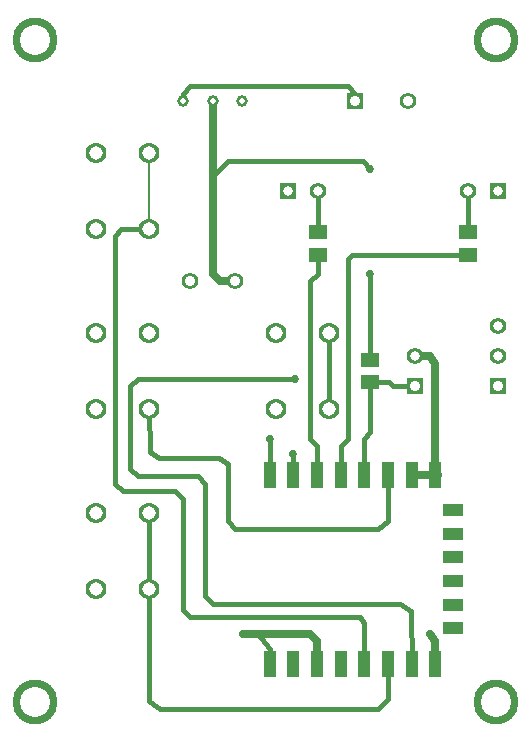
<source format=gtl>
G04 -- Generated By PCBWeb Designer*
%FSLAX24Y24*%
%MOIN*%
%OFA0B0*%
%SFA1.0B1.0*%
%AMROTRECT*21,1,$1,$2,0,0,$3*%
%AMROTOBLONG*1,1,$7,$1,$2*1,1,$7,$3,$4*21,1,$5,$6,0,0,$8*%
%ADD10C,0.025*%
%ADD11C,0.15*%
%ADD12C,0.1*%
%ADD13C,0.16*%
%ADD14C,0.005*%
%ADD15R,0.065X0.0394*%
%ADD16R,0.075X0.0494*%
%ADD17C,0.021*%
%ADD18R,0.0394X0.0866*%
%ADD19R,0.0494X0.0966*%
%ADD20C,0.002*%
%ADD21C,0.018*%
%ADD22C,0.008*%
%ADD23C,0.024*%
%ADD24R,0.055X0.055*%
%ADD25C,0.035*%
%ADD26R,0.065X0.065*%
%ADD27C,0.055*%
%ADD28C,0.032*%
%ADD29C,0.065*%
%ADD30C,0.01*%
%ADD31R,0.0591X0.0512*%
%ADD32R,0.0691X0.0612*%
%ADD33C,0.07*%
%ADD34C,0.045*%
%ADD35C,0.08*%
%ADD36C,0.033*%
%ADD37C,0.033*%
%ADD38C,0.026*%
%ADD39C,0.0394*%
%ADD40C,0.0197*%
%ADD41C,0.0494*%
%ADD42C,0.0059*%
%ADD43C,0.015*%
%ADD44C,0.0275*%
%ADD45C,0.0*%
G01*
%LNSTD*%
%LPD*%
G54D11*
X1575Y2475D03*
X16925Y2475D03*
X1575Y24525D03*
X16925Y24525D03*
G54D15*
X15500Y4931D03*
X15500Y5718D03*
X15500Y6506D03*
X15500Y7293D03*
X15500Y8081D03*
X15500Y8868D03*
G54D18*
X14910Y3750D03*
X9398Y3750D03*
X10185Y3750D03*
X10972Y3750D03*
X11760Y3750D03*
X12547Y3750D03*
X13335Y3750D03*
X14122Y3750D03*
X14910Y10050D03*
X14122Y10050D03*
X13335Y10050D03*
X12547Y10050D03*
X11760Y10050D03*
X10972Y10050D03*
X10185Y10050D03*
X9398Y10050D03*
G54D24*
X14250Y13000D03*
G54D27*
X14250Y14000D03*
G54D31*
X12750Y13126D03*
X12750Y13874D03*
G54D24*
X17000Y13000D03*
G54D27*
X17000Y14000D03*
X17000Y15000D03*
G54D33*
X5386Y18220D03*
X5386Y20780D03*
X3616Y18220D03*
X3616Y20780D03*
X5386Y6220D03*
X5386Y8780D03*
X3616Y6220D03*
X3616Y8780D03*
X11386Y12220D03*
X11386Y14780D03*
X9616Y12220D03*
X9616Y14780D03*
X5386Y12220D03*
X5386Y14780D03*
X3616Y12220D03*
X3616Y14780D03*
G54D24*
X10000Y19500D03*
G54D27*
X11000Y19500D03*
G54D24*
X17000Y19500D03*
G54D27*
X16000Y19500D03*
G54D31*
X11000Y17376D03*
X11000Y18124D03*
X16000Y17376D03*
X16000Y18124D03*
G54D24*
X12250Y22500D03*
G54D27*
X14000Y22500D03*
X8250Y16500D03*
X6750Y16500D03*
G54D39*
X8484Y22500D03*
X7500Y22500D03*
X6516Y22500D03*
G54D43*
X12750Y13874D02*
X12750Y16750D01*
G54D44*
X12750Y16750D03*
G54D43*
X12750Y20250D02*
X12500Y20500D01*
G54D44*
X12750Y20250D03*
G54D43*
X12500Y20500D02*
X8000Y20500D01*
X7500Y20000D01*
G54D10*
X7500Y22500D02*
X7500Y16750D01*
X7750Y16500D01*
X8250Y16500D01*
G54D43*
X9398Y3750D02*
X9398Y4250D01*
X9000Y4750D01*
G54D10*
X8500Y4750D02*
X10750Y4750D01*
G54D44*
X8500Y4750D03*
G54D10*
X10750Y4750D02*
X10972Y4500D01*
X10972Y3750D01*
X14910Y3750D02*
X14910Y4500D01*
X14750Y4750D01*
G54D44*
X14750Y4750D03*
G54D10*
X14122Y10050D02*
X15000Y10050D01*
X14910Y10050D02*
X14910Y13750D01*
X14750Y14000D01*
X14250Y14000D01*
G54D43*
X14250Y13000D02*
X13500Y13000D01*
X13374Y13126D01*
X12750Y13126D01*
X12547Y10050D02*
X12547Y11250D01*
X12750Y11453D01*
X12750Y13126D01*
X10185Y10050D02*
X10185Y10750D01*
G54D44*
X10185Y10750D03*
G54D43*
X9398Y10050D02*
X9398Y11250D01*
G54D44*
X9398Y11250D03*
G54D43*
X5386Y12220D02*
X5400Y10800D01*
X5700Y10600D01*
X7700Y10600D01*
X8000Y10400D01*
X8000Y8500D01*
X8250Y8250D01*
X13000Y8250D01*
X13335Y8500D01*
X13335Y10050D01*
G54D22*
X5386Y20780D02*
X5386Y18220D01*
G54D43*
X12547Y3750D02*
X12550Y5100D01*
X12400Y5300D01*
X6750Y5300D01*
X6500Y5550D01*
X6500Y9250D01*
X6250Y9500D01*
X4500Y9500D01*
X4250Y9750D01*
X4250Y18000D01*
X4450Y18220D01*
X5386Y18220D01*
X5386Y8780D02*
X5386Y6250D01*
G54D22*
X5386Y6250D02*
X5386Y6220D01*
G54D43*
X5386Y6220D02*
X5386Y2500D01*
X5750Y2250D01*
X13000Y2250D01*
X13335Y2585D01*
X13335Y3750D01*
X11386Y14780D02*
X11386Y12220D01*
X14122Y3750D02*
X14100Y5500D01*
X13750Y5750D01*
X7500Y5750D01*
X7250Y6000D01*
X7250Y9750D01*
X7000Y10000D01*
X5000Y10000D01*
X4750Y10250D01*
X4750Y13000D01*
X5000Y13250D01*
X10250Y13250D01*
G54D44*
X10250Y13250D03*
G54D43*
X11760Y10050D02*
X11760Y11000D01*
X12000Y11250D01*
X12000Y17250D01*
X12126Y17376D01*
X16000Y17376D01*
X10972Y10050D02*
X10972Y11000D01*
X10750Y11250D01*
X10750Y16500D01*
X11000Y16750D01*
X11000Y17376D01*
X16000Y18124D02*
X16000Y19500D01*
X11000Y18124D02*
X11000Y19500D01*
X12250Y22500D02*
X12250Y22750D01*
X12000Y23000D01*
X6750Y23000D01*
X6516Y22750D01*
X6516Y22500D01*
%LNERASE*%
%LPC*%
G54D12*
X1575Y2475D03*
X16925Y2475D03*
X1575Y24525D03*
X16925Y24525D03*
G54D25*
X14250Y13000D03*
G54D28*
X14250Y14000D03*
G54D25*
X17000Y13000D03*
G54D28*
X17000Y14000D03*
X17000Y15000D03*
G54D34*
X5386Y18220D03*
X5386Y20780D03*
X3616Y18220D03*
X3616Y20780D03*
X5386Y6220D03*
X5386Y8780D03*
X3616Y6220D03*
X3616Y8780D03*
X11386Y12220D03*
X11386Y14780D03*
X9616Y12220D03*
X9616Y14780D03*
X5386Y12220D03*
X5386Y14780D03*
X3616Y12220D03*
X3616Y14780D03*
G54D36*
X10000Y19500D03*
G54D37*
X11000Y19500D03*
G54D36*
X17000Y19500D03*
G54D37*
X16000Y19500D03*
G54D25*
X12250Y22500D03*
X14000Y22500D03*
X8250Y16500D03*
X6750Y16500D03*
G54D40*
X8484Y22500D03*
X7500Y22500D03*
X6516Y22500D03*
M02*

</source>
